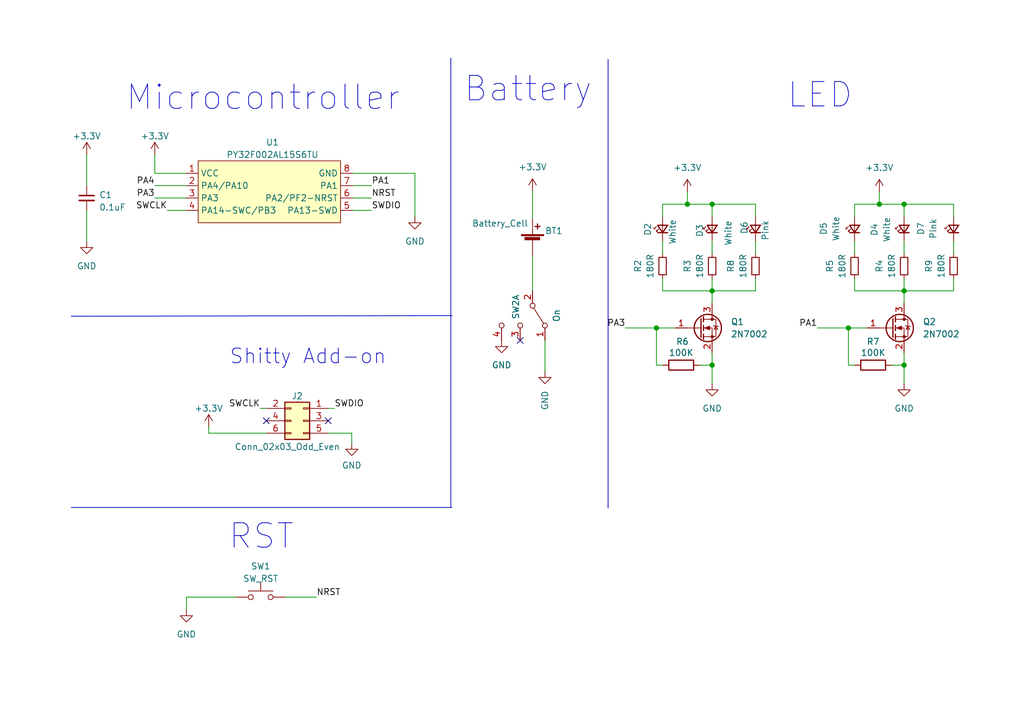
<source format=kicad_sch>
(kicad_sch (version 20250114) (generator "eeschema") (generator_version "9.0")
  (paper "A5")
  (lib_symbols
    (symbol "Connector_Generic:Conn_02x03_Odd_Even" (pin_names (offset 1.016) (hide yes))
      (property "Reference" "J" (at 1.27 5.08 0))
      (property "Value" "Conn_02x03_Odd_Even" (at 1.27 -5.08 0))
      (symbol "Conn_02x03_Odd_Even_1_1"
        (rectangle (start -1.27 3.81) (end 3.81 -3.81) (stroke (width 0.254)) (fill (type background)))
        (rectangle (start -1.27 2.667) (end 0 2.413) (stroke (width 0.1524)))
        (rectangle (start -1.27 0.127) (end 0 -0.127) (stroke (width 0.1524)))
        (rectangle (start -1.27 -2.413) (end 0 -2.667) (stroke (width 0.1524)))
        (rectangle (start 3.81 2.667) (end 2.54 2.413) (stroke (width 0.1524)))
        (rectangle (start 3.81 0.127) (end 2.54 -0.127) (stroke (width 0.1524)))
        (rectangle (start 3.81 -2.413) (end 2.54 -2.667) (stroke (width 0.1524)))
        (pin passive line (at -5.08 2.54 0) (length 3.81) (name "Pin_1") (number "1"))
        (pin passive line (at -5.08 0 0) (length 3.81) (name "Pin_3") (number "3"))
        (pin passive line (at -5.08 -2.54 0) (length 3.81) (name "Pin_5") (number "5"))
        (pin passive line (at 7.62 2.54 180) (length 3.81) (name "Pin_2") (number "2"))
        (pin passive line (at 7.62 0 180) (length 3.81) (name "Pin_4") (number "4"))
        (pin passive line (at 7.62 -2.54 180) (length 3.81) (name "Pin_6") (number "6"))
      )
    )
    (symbol "Device:Battery_Cell" (pin_numbers (hide yes)) (pin_names (offset 0) (hide yes))
      (property "Reference" "BT1" (at 2.54 2.54 0))
      (property "Value" "Battery_Cell" (at -12.446 4.064 0))
      (symbol "Battery_Cell_0_1"
        (rectangle (start -2.286 1.778) (end 2.286 1.524) (fill (type outline)))
        (rectangle (start -1.5748 1.1938) (end 1.4732 0.6858) (fill (type outline)))
        (polyline (pts (xy 0 1.778) (xy 0 2.54)))
        (polyline (pts (xy 0 0.762) (xy 0 0)))
        (polyline (pts (xy 0.508 3.429) (xy 1.524 3.429)) (stroke (width 0.254)))
        (polyline (pts (xy 1.016 3.937) (xy 1.016 2.921)) (stroke (width 0.254)))
      )
      (symbol "Battery_Cell_1_1"
        (pin passive line (at 0 5.08 270) (length 2.54) (name "+") (number "2"))
        (pin passive line (at 0 -2.54 90) (length 2.54) (name "-") (number "1"))
      )
    )
    (symbol "Device:C_Small" (pin_numbers (hide yes)) (pin_names (offset 0.254) (hide yes))
      (property "Reference" "C" (at 0.254 1.778 0))
      (property "Value" "C_Small" (at 0.254 -2.032 0))
      (symbol "C_Small_0_1"
        (polyline (pts (xy -1.524 0.508) (xy 1.524 0.508)) (stroke (width 0.3048)))
        (polyline (pts (xy -1.524 -0.508) (xy 1.524 -0.508)) (stroke (width 0.3302)))
      )
      (symbol "C_Small_1_1"
        (pin passive line (at 0 2.54 270) (length 2.032) (name "~") (number "1"))
        (pin passive line (at 0 -2.54 90) (length 2.032) (name "~") (number "2"))
      )
    )
    (symbol "Device:LED_Small" (pin_numbers (hide yes)) (pin_names (offset 0.254) (hide yes))
      (property "Reference" "D" (at -1.27 3.175 0))
      (property "Value" "LED_Small" (at -4.445 -2.54 0))
      (symbol "LED_Small_0_1"
        (polyline (pts (xy -0.762 -1.016) (xy -0.762 1.016)) (stroke (width 0.254)))
        (polyline (pts (xy 0 0.762) (xy -0.508 1.27) (xy -0.254 1.27) (xy -0.508 1.27) (xy -0.508 1.016)))
        (polyline (pts (xy 0.508 1.27) (xy 0 1.778) (xy 0.254 1.778) (xy 0 1.778) (xy 0 1.524)))
        (polyline (pts (xy 0.762 -1.016) (xy -0.762 0) (xy 0.762 1.016) (xy 0.762 -1.016)) (stroke (width 0.254)))
        (polyline (pts (xy 1.016 0) (xy -0.762 0)))
      )
      (symbol "LED_Small_1_1"
        (pin passive line (at -2.54 0 0) (length 1.778) (name "K") (number "1"))
        (pin passive line (at 2.54 0 180) (length 1.778) (name "A") (number "2"))
      )
    )
    (symbol "Device:R" (pin_numbers (hide yes)) (pin_names (offset 0))
      (property "Reference" "R" (at 2.032 0 90))
      (property "Value" "R" (at 0 0 90))
      (symbol "R_0_1"
        (rectangle (start -1.016 -2.54) (end 1.016 2.54) (stroke (width 0.254)))
      )
      (symbol "R_1_1"
        (pin passive line (at 0 3.81 270) (length 1.27) (name "~") (number "1"))
        (pin passive line (at 0 -3.81 90) (length 1.27) (name "~") (number "2"))
      )
    )
    (symbol "Device:R_Small" (pin_numbers (hide yes)) (pin_names (offset 0.254) (hide yes))
      (property "Reference" "R" (at 0.762 0.508 0))
      (property "Value" "R_Small" (at 0.762 -1.016 0))
      (symbol "R_Small_0_1"
        (rectangle (start -0.762 1.778) (end 0.762 -1.778) (stroke (width 0.2032)))
      )
      (symbol "R_Small_1_1"
        (pin passive line (at 0 2.54 270) (length 0.762) (name "~") (number "1"))
        (pin passive line (at 0 -2.54 90) (length 0.762) (name "~") (number "2"))
      )
    )
    (symbol "MCU_PY32F002:PY32F002AA15M6TU"
      (property "Reference" "U1" (at 11.43 2.54 0))
      (property "Value" "PY32F002AA15M6TU" (at 11.43 0 0))
      (symbol "PY32F002AA15M6TU_1_1"
        (rectangle (start -3.81 -1.27) (end 25.4 -13.97) (fill (type background)))
        (pin input line (at -6.35 -3.81 0) (length 2.54) (name "VCC") (number "1"))
        (pin input line (at -6.35 -6.35 0) (length 2.54) (name "PA4/PA10") (number "2"))
        (pin input line (at -6.35 -8.89 0) (length 2.54) (name "PA3") (number "3"))
        (pin input line (at -6.35 -11.43 0) (length 2.54) (name "PA14-SWC/PB3") (number "4"))
        (pin input line (at 27.94 -3.81 180) (length 2.54) (name "GND") (number "8"))
        (pin input line (at 27.94 -6.35 180) (length 2.54) (name "PA1") (number "7"))
        (pin input line (at 27.94 -8.89 180) (length 2.54) (name "PA2/PF2-NRST") (number "6"))
        (pin input line (at 27.94 -11.43 180) (length 2.54) (name "PA13-SWD") (number "5"))
      )
    )
    (symbol "Switch:SW_DPDT_x2" (pin_names (offset 0) (hide yes))
      (property "Reference" "SW2" (at -1.778 -3.429 0))
      (property "Value" "On" (at 0 4.9276 0))
      (symbol "SW_DPDT_x2_0_0"
        (circle (center -2.032 0) (radius 0.508))
        (circle (center 2.032 -2.54) (radius 0.508))
        (circle (center 2.032 -6.35) (radius 0.508))
      )
      (symbol "SW_DPDT_x2_0_1"
        (polyline (pts (xy -1.524 0.254) (xy 1.651 2.286)))
        (circle (center 2.032 2.54) (radius 0.508))
      )
      (symbol "SW_DPDT_x2_1_1"
        (pin passive line (at -5.08 0 0) (length 2.54) (name "B") (number "2"))
        (pin passive line (at 5.08 2.54 180) (length 2.54) (name "A") (number "1"))
        (pin passive line (at 5.08 -2.54 180) (length 2.54) (name "C") (number "3"))
        (pin passive line (at 5.08 -6.35 180) (length 2.54) (name "C") (number "4"))
      )
      (symbol "SW_DPDT_x2_2_1"
        (pin passive line (at -5.08 0 0) (length 2.54) (name "B") (number "5"))
        (pin passive line (at 5.08 2.54 180) (length 2.54) (name "A") (number "4"))
        (pin passive line (at 5.08 -2.54 180) (length 2.54) (name "C") (number "6"))
      )
    )
    (symbol "Switch:SW_Push" (pin_numbers (hide yes)) (pin_names (offset 1.016) (hide yes))
      (property "Reference" "SW" (at 1.27 2.54 0))
      (property "Value" "SW_Push" (at 0 -1.524 0))
      (symbol "SW_Push_0_1"
        (circle (center -2.032 0) (radius 0.508))
        (polyline (pts (xy 0 1.27) (xy 0 3.048)))
        (circle (center 2.032 0) (radius 0.508))
        (polyline (pts (xy 2.54 1.27) (xy -2.54 1.27)))
        (pin passive line (at -5.08 0 0) (length 2.54) (name "1") (number "1"))
        (pin passive line (at 5.08 0 180) (length 2.54) (name "2") (number "2"))
      )
    )
    (symbol "Transistor_FET:2N7002" (pin_names (hide yes))
      (property "Reference" "Q" (at 5.08 1.905 0))
      (property "Value" "2N7002" (at 5.08 0 0))
      (symbol "2N7002_0_1"
        (polyline (pts (xy 0.254 1.905) (xy 0.254 -1.905)) (stroke (width 0.254)))
        (polyline (pts (xy 0.254 0) (xy -2.54 0)))
        (polyline (pts (xy 0.762 2.286) (xy 0.762 1.27)) (stroke (width 0.254)))
        (polyline (pts (xy 0.762 0.508) (xy 0.762 -0.508)) (stroke (width 0.254)))
        (polyline (pts (xy 0.762 -1.27) (xy 0.762 -2.286)) (stroke (width 0.254)))
        (polyline (pts (xy 0.762 -1.778) (xy 3.302 -1.778) (xy 3.302 1.778) (xy 0.762 1.778)))
        (polyline (pts (xy 1.016 0) (xy 2.032 0.381) (xy 2.032 -0.381) (xy 1.016 0)) (fill (type outline)))
        (circle (center 1.651 0) (radius 2.794) (stroke (width 0.254)))
        (polyline (pts (xy 2.54 2.54) (xy 2.54 1.778)))
        (circle (center 2.54 1.778) (radius 0.254) (fill (type outline)))
        (circle (center 2.54 -1.778) (radius 0.254) (fill (type outline)))
        (polyline (pts (xy 2.54 -2.54) (xy 2.54 0) (xy 0.762 0)))
        (polyline (pts (xy 2.794 0.508) (xy 2.921 0.381) (xy 3.683 0.381) (xy 3.81 0.254)))
        (polyline (pts (xy 3.302 0.381) (xy 2.921 -0.254) (xy 3.683 -0.254) (xy 3.302 0.381)))
      )
      (symbol "2N7002_1_1"
        (pin input line (at -5.08 0 0) (length 2.54) (name "G") (number "1"))
        (pin passive line (at 2.54 5.08 270) (length 2.54) (name "D") (number "3"))
        (pin passive line (at 2.54 -5.08 90) (length 2.54) (name "S") (number "2"))
      )
    )
    (symbol "power:+3.3V" (power) (pin_names (offset 0))
      (property "Value" "+3.3V" (at 0 3.556 0))
      (symbol "+3.3V_0_1"
        (polyline (pts (xy -0.762 1.27) (xy 0 2.54)))
        (polyline (pts (xy 0 2.54) (xy 0.762 1.27)))
        (polyline (pts (xy 0 0) (xy 0 2.54)))
      )
      (symbol "+3.3V_1_1"
        (pin power_in line (at 0 0 90) (length 0) (hide yes) (name "+3.3V") (number "1"))
      )
    )
    (symbol "power:GND" (power) (pin_names (offset 0))
      (property "Value" "GND" (at 0 -3.81 0))
      (symbol "GND_0_1"
        (polyline (pts (xy 0 0) (xy 0 -1.27) (xy 1.27 -1.27) (xy 0 -2.54) (xy -1.27 -1.27) (xy 0 -1.27)))
      )
      (symbol "GND_1_1"
        (pin power_in line (at 0 0 270) (length 0) (hide yes) (name "GND") (number "1"))
      )
    )
  )
  (text "LED\n" (at 161.29 22.606 0) (effects (font (size 5 5)) (justify left bottom)))
  (text "Shitty Add-on\n" (at 46.99 75.057 0) (effects (font (size 3 3)) (justify left bottom)))
  (text "RST" (at 46.736 113.157 0) (effects (font (size 5 5)) (justify left bottom)))
  (text "Microcontroller" (at 25.654 23.114 0) (effects (font (size 5 5)) (justify left bottom)))
  (text "Battery" (at 94.996 21.336 0) (effects (font (size 5 5)) (justify left bottom)))
  (junction (at 185.42 74.93))
  (junction (at 180.34 41.91))
  (junction (at 146.05 41.91))
  (junction (at 146.05 74.93))
  (junction (at 140.97 41.91))
  (junction (at 146.05 59.69))
  (junction (at 185.42 41.91))
  (junction (at 173.99 67.31))
  (junction (at 134.62 67.31))
  (junction (at 185.42 59.69))
  (no_connect (at 67.31 86.36))
  (no_connect (at 54.61 86.36))
  (no_connect (at 106.68 69.85))
  (wire (pts (xy 135.89 52.07) (xy 135.89 49.53)))
  (wire (pts (xy 53.34 83.82) (xy 54.61 83.82)))
  (wire (pts (xy 146.05 59.69) (xy 146.05 62.23)))
  (wire (pts (xy 185.42 41.91) (xy 185.42 44.45)))
  (wire (pts (xy 175.26 59.69) (xy 185.42 59.69)))
  (wire (pts (xy 182.88 74.93) (xy 185.42 74.93)))
  (wire (pts (xy 185.42 41.91) (xy 195.58 41.91)))
  (wire (pts (xy 146.05 41.91) (xy 146.05 44.45)))
  (wire (pts (xy 111.76 69.85) (xy 111.76 76.2)))
  (wire (pts (xy 185.42 59.69) (xy 195.58 59.69)))
  (wire (pts (xy 146.05 72.39) (xy 146.05 74.93)))
  (wire (pts (xy 31.75 38.1) (xy 38.1 38.1)))
  (wire (pts (xy 175.26 52.07) (xy 175.26 49.53)))
  (wire (pts (xy 185.42 74.93) (xy 185.42 78.74)))
  (wire (pts (xy 135.89 41.91) (xy 140.97 41.91)))
  (wire (pts (xy 140.97 39.37) (xy 140.97 41.91)))
  (wire (pts (xy 140.97 41.91) (xy 146.05 41.91)))
  (polyline (pts (xy 124.714 12.192) (xy 124.714 104.267)))
  (wire (pts (xy 76.2 38.1) (xy 72.39 38.1)))
  (polyline (pts (xy 14.605 64.897) (xy 92.71 64.77)))
  (polyline (pts (xy 92.456 11.938) (xy 92.456 104.013)))
  (wire (pts (xy 175.26 57.15) (xy 175.26 59.69)))
  (wire (pts (xy 72.136 88.9) (xy 67.31 88.9)))
  (wire (pts (xy 175.26 44.45) (xy 175.26 41.91)))
  (wire (pts (xy 135.89 59.69) (xy 146.05 59.69)))
  (wire (pts (xy 185.42 52.07) (xy 185.42 49.53)))
  (wire (pts (xy 42.799 87.63) (xy 42.799 88.9)))
  (wire (pts (xy 185.42 72.39) (xy 185.42 74.93)))
  (wire (pts (xy 175.26 41.91) (xy 180.34 41.91)))
  (wire (pts (xy 17.78 43.18) (xy 17.78 49.53)))
  (wire (pts (xy 180.34 41.91) (xy 185.42 41.91)))
  (wire (pts (xy 31.75 40.64) (xy 38.1 40.64)))
  (wire (pts (xy 38.1 43.18) (xy 34.29 43.18)))
  (wire (pts (xy 146.05 59.69) (xy 146.05 57.15)))
  (wire (pts (xy 180.34 39.37) (xy 180.34 41.91)))
  (wire (pts (xy 58.547 122.555) (xy 64.897 122.555)))
  (wire (pts (xy 135.89 74.93) (xy 134.62 74.93)))
  (wire (pts (xy 134.62 74.93) (xy 134.62 67.31)))
  (wire (pts (xy 17.78 31.75) (xy 17.78 38.1)))
  (wire (pts (xy 195.58 59.69) (xy 195.58 57.15)))
  (wire (pts (xy 146.05 59.69) (xy 154.94 59.69)))
  (wire (pts (xy 154.94 52.07) (xy 154.94 49.53)))
  (wire (pts (xy 85.09 35.56) (xy 85.09 44.45)))
  (wire (pts (xy 175.26 74.93) (xy 173.99 74.93)))
  (wire (pts (xy 154.94 59.69) (xy 154.94 57.15)))
  (wire (pts (xy 185.42 59.69) (xy 185.42 62.23)))
  (wire (pts (xy 72.39 35.56) (xy 85.09 35.56)))
  (wire (pts (xy 185.42 59.69) (xy 185.42 57.15)))
  (wire (pts (xy 195.58 52.07) (xy 195.58 49.53)))
  (wire (pts (xy 38.227 122.555) (xy 38.227 125.095)))
  (wire (pts (xy 143.51 74.93) (xy 146.05 74.93)))
  (wire (pts (xy 31.75 35.56) (xy 31.75 31.75)))
  (wire (pts (xy 72.39 43.18) (xy 76.2 43.18)))
  (wire (pts (xy 38.1 35.56) (xy 31.75 35.56)))
  (wire (pts (xy 128.27 67.31) (xy 134.62 67.31)))
  (wire (pts (xy 68.58 83.82) (xy 67.31 83.82)))
  (wire (pts (xy 76.2 40.64) (xy 72.39 40.64)))
  (wire (pts (xy 173.99 67.31) (xy 177.8 67.31)))
  (wire (pts (xy 173.99 67.31) (xy 173.99 74.93)))
  (wire (pts (xy 135.89 57.15) (xy 135.89 59.69)))
  (wire (pts (xy 146.05 52.07) (xy 146.05 49.53)))
  (wire (pts (xy 167.64 67.31) (xy 173.99 67.31)))
  (wire (pts (xy 72.136 90.932) (xy 72.136 88.9)))
  (wire (pts (xy 195.58 41.91) (xy 195.58 44.45)))
  (wire (pts (xy 42.799 88.9) (xy 54.61 88.9)))
  (wire (pts (xy 134.62 67.31) (xy 138.43 67.31)))
  (wire (pts (xy 146.05 74.93) (xy 146.05 78.74)))
  (polyline (pts (xy 14.605 104.14) (xy 92.71 104.14)))
  (wire (pts (xy 146.05 41.91) (xy 154.94 41.91)))
  (wire (pts (xy 154.94 41.91) (xy 154.94 44.45)))
  (wire (pts (xy 135.89 44.45) (xy 135.89 41.91)))
  (wire (pts (xy 109.22 52.451) (xy 109.22 59.69)))
  (wire (pts (xy 48.387 122.555) (xy 38.227 122.555)))
  (wire (pts (xy 109.22 39.243) (xy 109.22 44.831)))
  (label "PA3" (at 31.75 40.64 180))
  (label "SWDIO" (at 68.58 83.82 0))
  (label "PA3" (at 128.27 67.31 180))
  (label "PA1" (at 76.2 38.1 0))
  (label "PA4" (at 31.75 38.1 180))
  (label "NRST" (at 76.2 40.64 0))
  (label "SWCLK" (at 53.34 83.82 180))
  (label "SWCLK" (at 34.29 43.18 180))
  (label "SWDIO" (at 76.2 43.18 0))
  (label "PA1" (at 167.64 67.31 180))
  (label "NRST" (at 64.897 122.555 0))
  (symbol (lib_id "power:GND") (at 85.09 44.45 0) (unit 1)
    (property "Reference" "#PWR07" (effects (hide yes)))
    (property "Value" "GND" (at 85.09 49.53 0))
  )
  (symbol (lib_id "power:+3.3V") (at 31.75 31.75 0) (unit 1)
    (property "Reference" "#PWR03" (effects (hide yes)))
    (property "Value" "+3.3V" (at 31.75 27.94 0))
  )
  (symbol (lib_id "power:+3.3V") (at 109.22 39.243 0) (unit 1)
    (property "Reference" "#PWR09" (effects (hide yes)))
    (property "Value" "+3.3V" (at 109.22 34.29 0))
  )
  (symbol (lib_id "Device:LED_Small") (at 185.42 46.99 90) (unit 1)
    (property "Reference" "D4" (at 179.324 47.117 0))
    (property "Value" "White" (at 181.864 47.117 0))
    (property "Footprint" "Add_on:LYT77K-K2M1-NoHole" (effects (hide yes)))
    (property "manf#" "AA3528SURCKT09" (effects (hide yes)))
  )
  (symbol (lib_id "Connector_Generic:Conn_02x03_Odd_Even") (at 62.23 86.36 0) (mirror y) (unit 1)
    (property "Reference" "J2" (at 60.96 81.28 0))
    (property "Value" "Conn_02x03_Odd_Even" (at 58.928 91.694 0))
    (property "Footprint" "Footprints:B-2100N06P-B111_CKM" (effects (hide yes)))
    (property "LCSC#" "C780054" (effects (hide yes)))
  )
  (symbol (lib_id "power:GND") (at 102.87 69.85 0) (unit 1)
    (property "Reference" "#PWR08" (effects (hide yes)))
    (property "Value" "GND" (at 102.87 74.93 0))
  )
  (symbol (lib_id "Device:LED_Small") (at 195.58 46.99 90) (unit 1)
    (property "Reference" "D7" (at 188.849 46.9265 0))
    (property "Value" "Pink" (at 191.389 46.9265 0))
    (property "Footprint" "LED_SMD:LED_0603_1608Metric" (effects (hide yes)))
    (property "LCSC#" "C7496826" (effects (hide yes)))
  )
  (symbol (lib_id "power:+3.3V") (at 180.34 39.37 0) (unit 1)
    (property "Reference" "#PWR012" (effects (hide yes)))
    (property "Value" "+3.3V" (at 180.34 34.417 0))
  )
  (symbol (lib_id "Device:R_Small") (at 146.05 54.61 180) (unit 1)
    (property "Reference" "R3" (at 140.97 54.61 90))
    (property "Value" "180R" (at 143.51 54.61 90))
    (property "Footprint" "Resistor_SMD:R_0805_2012Metric" (effects (hide yes)))
    (property "LCSC#" "C1339" (effects (hide yes)))
  )
  (symbol (lib_id "Device:LED_Small") (at 175.26 46.99 90) (unit 1)
    (property "Reference" "D5" (at 168.91 46.9265 0))
    (property "Value" "White" (at 171.45 46.9265 0))
    (property "Footprint" "Add_on:LYT77K-K2M1-NoHole" (effects (hide yes)))
    (property "manf#" "AA3528SURCKT09" (effects (hide yes)))
  )
  (symbol (lib_id "Device:LED_Small") (at 135.89 46.99 90) (unit 1)
    (property "Reference" "D2" (at 132.842 45.72 0) (effects (justify right)))
    (property "Value" "White" (at 137.922 44.958 0) (effects (justify right)))
    (property "Footprint" "Add_on:LYT77K-K2M1-NoHole" (effects (hide yes)))
    (property "LCSC#" "AA3528SURCKT09" (effects (hide yes)))
  )
  (symbol (lib_id "Device:R") (at 179.07 74.93 90) (unit 1)
    (property "Reference" "R7" (at 179.07 70.104 90))
    (property "Value" "100K" (at 179.07 72.39 90))
    (property "Footprint" "Resistor_SMD:R_0805_2012Metric" (effects (hide yes)))
    (property "Description" "Resistor" (effects (hide yes)))
    (property "LCSC#" "C96346" (effects (hide yes)))
  )
  (symbol (lib_id "Transistor_FET:2N7002") (at 182.88 67.31 0) (unit 1)
    (property "Reference" "Q2" (at 189.23 66.0399 0) (effects (justify left)))
    (property "Value" "2N7002" (at 189.23 68.5799 0) (effects (justify left)))
    (property "Footprint" "Package_TO_SOT_SMD:SOT-23" (effects (hide yes)))
    (property "Datasheet" "https://www.onsemi.com/pub/Collateral/NDS7002A-D.PDF" (effects (hide yes)))
    (property "Description" "0.115A Id, 60V Vds, N-Channel MOSFET, SOT-23" (effects (hide yes)))
    (property "LCSC#" "C8545" (effects (hide yes)))
  )
  (symbol (lib_id "Device:C_Small") (at 17.78 40.64 0) (unit 1)
    (property "Reference" "C1" (at 20.32 40.0113 0) (effects (justify left)))
    (property "Value" "0.1uF" (at 20.32 42.5513 0) (effects (justify left)))
    (property "Footprint" "Capacitor_SMD:C_0805_2012Metric" (effects (hide yes)))
    (property "LCSC#" "C282732" (effects (hide yes)))
  )
  (symbol (lib_id "power:GND") (at 72.136 90.932 0) (unit 1)
    (property "Reference" "#PWR017" (effects (hide yes)))
    (property "Value" "GND" (at 72.136 95.504 0))
  )
  (symbol (lib_id "Switch:SW_DPDT_x2") (at 109.22 64.77 270) (unit 1)
    (property "Reference" "SW2" (at 105.791 62.992 0))
    (property "Value" "On" (at 114.1476 64.77 0))
    (property "Footprint" "Add_on:MSK12C02" (effects (hide yes)))
    (property "LCSC#" "C431540" (effects (hide yes)))
  )
  (symbol (lib_id "MCU_PY32F002:PY32F002AA15M6TU") (at 44.45 31.75 0) (unit 1)
    (property "Reference" "U1" (at 55.88 29.21 0))
    (property "Value" "PY32F002AL15S6TU" (at 55.88 31.75 0))
    (property "Footprint" "Footprints:PY32F002AL15S6TU" (effects (hide yes)))
    (property "LCSC#" "C5292060" (effects (hide yes)))
  )
  (symbol (lib_id "Device:R_Small") (at 135.89 54.61 180) (unit 1)
    (property "Reference" "R2" (at 130.81 54.61 90))
    (property "Value" "180R" (at 133.35 54.61 90))
    (property "Footprint" "Resistor_SMD:R_0805_2012Metric" (effects (hide yes)))
    (property "LCSC#" "C1339" (effects (hide yes)))
  )
  (symbol (lib_id "power:GND") (at 17.78 49.53 0) (unit 1)
    (property "Reference" "#PWR02" (effects (hide yes)))
    (property "Value" "GND" (at 17.78 54.61 0))
  )
  (symbol (lib_id "power:+3.3V") (at 140.97 39.37 0) (unit 1)
    (property "Reference" "#PWR05" (effects (hide yes)))
    (property "Value" "+3.3V" (at 140.97 34.417 0))
  )
  (symbol (lib_id "Device:R") (at 139.7 74.93 90) (unit 1)
    (property "Reference" "R6" (at 139.954 70.104 90))
    (property "Value" "100K" (at 139.7 72.39 90))
    (property "Footprint" "Resistor_SMD:R_0805_2012Metric" (effects (hide yes)))
    (property "Description" "Resistor" (effects (hide yes)))
    (property "LCSC#" "C96346" (effects (hide yes)))
  )
  (symbol (lib_id "Device:R_Small") (at 185.42 54.61 180) (unit 1)
    (property "Reference" "R4" (at 180.34 54.61 90))
    (property "Value" "180R" (at 182.88 54.61 90))
    (property "Footprint" "Resistor_SMD:R_0805_2012Metric" (effects (hide yes)))
    (property "LCSC#" "C1339" (effects (hide yes)))
  )
  (symbol (lib_id "power:GND") (at 111.76 76.2 0) (unit 1)
    (property "Reference" "#PWR010" (effects (hide yes)))
    (property "Value" "GND" (at 111.76 80.137 90) (effects (justify right)))
  )
  (symbol (lib_id "Device:LED_Small") (at 146.05 46.99 90) (unit 1)
    (property "Reference" "D3" (at 143.51 45.974 0) (effects (justify right)))
    (property "Value" "White" (at 149.352 45.212 0) (effects (justify right)))
    (property "Footprint" "Add_on:LYT77K-K2M1-NoHole" (effects (hide yes)))
    (property "LCSC#" "AA3528SURCKT09" (effects (hide yes)))
  )
  (symbol (lib_id "Switch:SW_Push") (at 53.467 122.555 0) (unit 1)
    (property "Reference" "SW1" (at 53.467 116.205 0))
    (property "Value" "SW_RST" (at 53.467 118.745 0))
    (property "Footprint" "Button_Switch_SMD:SW_SPST_TL3342" (effects (hide yes)))
    (property "LCSC#" "C318889" (effects (hide yes)))
  )
  (symbol (lib_id "power:GND") (at 38.227 125.095 0) (unit 1)
    (property "Reference" "#PWR04" (effects (hide yes)))
    (property "Value" "GND" (at 38.227 130.175 0))
  )
  (symbol (lib_id "power:GND") (at 146.05 78.74 0) (unit 1)
    (property "Reference" "#PWR013" (effects (hide yes)))
    (property "Value" "GND" (at 146.05 83.82 0))
  )
  (symbol (lib_id "Device:R_Small") (at 175.26 54.61 180) (unit 1)
    (property "Reference" "R5" (at 170.18 54.61 90))
    (property "Value" "180R" (at 172.72 54.61 90))
    (property "Footprint" "Resistor_SMD:R_0805_2012Metric" (effects (hide yes)))
    (property "LCSC#" "C1339" (effects (hide yes)))
  )
  (symbol (lib_id "power:GND") (at 185.42 78.74 0) (unit 1)
    (property "Reference" "#PWR06" (effects (hide yes)))
    (property "Value" "GND" (at 185.42 83.82 0))
  )
  (symbol (lib_id "Transistor_FET:2N7002") (at 143.51 67.31 0) (unit 1)
    (property "Reference" "Q1" (at 149.86 66.0399 0) (effects (justify left)))
    (property "Value" "2N7002" (at 149.86 68.5799 0) (effects (justify left)))
    (property "Footprint" "Package_TO_SOT_SMD:SOT-23" (effects (hide yes)))
    (property "Datasheet" "https://www.onsemi.com/pub/Collateral/NDS7002A-D.PDF" (effects (hide yes)))
    (property "Description" "0.115A Id, 60V Vds, N-Channel MOSFET, SOT-23" (effects (hide yes)))
    (property "LCSC#" "C8545" (effects (hide yes)))
  )
  (symbol (lib_id "power:+3.3V") (at 42.799 87.63 0) (unit 1)
    (property "Reference" "#PWR016" (effects (hide yes)))
    (property "Value" "+3.3V" (at 42.799 83.82 0))
  )
  (symbol (lib_id "Device:Battery_Cell") (at 109.22 49.911 0) (unit 1)
    (property "Reference" "BT1" (at 111.76 47.371 0) (effects (justify left)))
    (property "Value" "Battery_Cell" (at 96.774 45.847 0) (effects (justify left)))
    (property "Footprint" "Add_on:BAT-HLD-001" (effects (hide yes)))
    (property "LCSC#" "C964833" (effects (hide yes)))
  )
  (symbol (lib_id "power:+3.3V") (at 17.78 31.75 0) (unit 1)
    (property "Reference" "#PWR01" (effects (hide yes)))
    (property "Value" "+3.3V" (at 17.78 27.94 0))
  )
  (symbol (lib_id "Device:LED_Small") (at 154.94 46.99 90) (unit 1)
    (property "Reference" "D6" (at 152.654 46.736 0))
    (property "Value" "Pink" (at 156.972 47.244 0))
    (property "Footprint" "LED_SMD:LED_0603_1608Metric" (effects (hide yes)))
    (property "LCSC#" "C7496826" (effects (hide yes)))
  )
  (symbol (lib_id "Device:R_Small") (at 154.94 54.61 180) (unit 1)
    (property "Reference" "R8" (at 149.86 54.61 90))
    (property "Value" "180R" (at 152.4 54.61 90))
    (property "Footprint" "Resistor_SMD:R_0805_2012Metric" (effects (hide yes)))
    (property "LCSC#" "C1339" (effects (hide yes)))
  )
  (symbol (lib_id "Device:R_Small") (at 195.58 54.61 180) (unit 1)
    (property "Reference" "R9" (at 190.5 54.61 90))
    (property "Value" "180R" (at 193.04 54.61 90))
    (property "Footprint" "Resistor_SMD:R_0805_2012Metric" (effects (hide yes)))
    (property "LCSC#" "C1339" (effects (hide yes)))
  )
)
</source>
